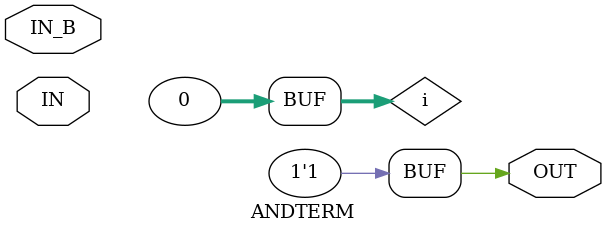
<source format=v>
module ANDTERM(IN, IN_B, OUT);
    parameter TRUE_INP = 0;
    parameter COMP_INP = 0;
    input [TRUE_INP-1:0] IN;
    input [COMP_INP-1:0] IN_B;
    output reg OUT;
    integer i;
    always @(*) begin
        OUT = 1;
        for (i = 0; i < TRUE_INP; i=i+1)
            OUT = OUT & IN[i];
        for (i = 0; i < COMP_INP; i=i+1)
            OUT = OUT & ~IN_B[i];
    end
endmodule
</source>
